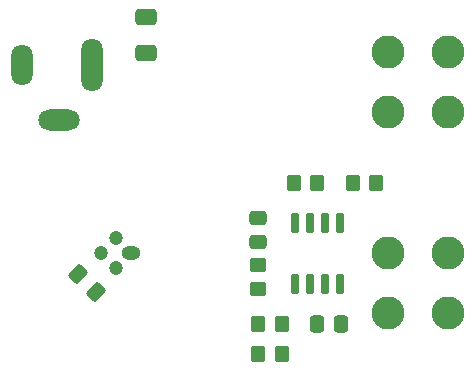
<source format=gbr>
%TF.GenerationSoftware,KiCad,Pcbnew,6.0.0-d3dd2cf0fa~116~ubuntu21.10.1*%
%TF.CreationDate,2022-02-03T21:59:43+00:00*%
%TF.ProjectId,pcb-adr1399-vref,7063622d-6164-4723-9133-39392d767265,rev?*%
%TF.SameCoordinates,Original*%
%TF.FileFunction,Soldermask,Top*%
%TF.FilePolarity,Negative*%
%FSLAX46Y46*%
G04 Gerber Fmt 4.6, Leading zero omitted, Abs format (unit mm)*
G04 Created by KiCad (PCBNEW 6.0.0-d3dd2cf0fa~116~ubuntu21.10.1) date 2022-02-03 21:59:43*
%MOMM*%
%LPD*%
G01*
G04 APERTURE LIST*
G04 Aperture macros list*
%AMRoundRect*
0 Rectangle with rounded corners*
0 $1 Rounding radius*
0 $2 $3 $4 $5 $6 $7 $8 $9 X,Y pos of 4 corners*
0 Add a 4 corners polygon primitive as box body*
4,1,4,$2,$3,$4,$5,$6,$7,$8,$9,$2,$3,0*
0 Add four circle primitives for the rounded corners*
1,1,$1+$1,$2,$3*
1,1,$1+$1,$4,$5*
1,1,$1+$1,$6,$7*
1,1,$1+$1,$8,$9*
0 Add four rect primitives between the rounded corners*
20,1,$1+$1,$2,$3,$4,$5,0*
20,1,$1+$1,$4,$5,$6,$7,0*
20,1,$1+$1,$6,$7,$8,$9,0*
20,1,$1+$1,$8,$9,$2,$3,0*%
G04 Aperture macros list end*
%ADD10RoundRect,0.900000X0.000000X-1.350000X0.000000X-1.350000X0.000000X1.350000X0.000000X1.350000X0*%
%ADD11RoundRect,0.900000X0.000000X-0.850000X0.000000X-0.850000X0.000000X0.850000X0.000000X0.850000X0*%
%ADD12RoundRect,0.900000X-0.850000X0.000000X0.850000X0.000000X0.850000X0.000000X-0.850000X0.000000X0*%
%ADD13RoundRect,0.250000X0.450000X-0.350000X0.450000X0.350000X-0.450000X0.350000X-0.450000X-0.350000X0*%
%ADD14RoundRect,0.250000X-0.337500X-0.475000X0.337500X-0.475000X0.337500X0.475000X-0.337500X0.475000X0*%
%ADD15C,2.800000*%
%ADD16RoundRect,0.250000X-0.350000X-0.450000X0.350000X-0.450000X0.350000X0.450000X-0.350000X0.450000X0*%
%ADD17RoundRect,0.150000X-0.150000X0.725000X-0.150000X-0.725000X0.150000X-0.725000X0.150000X0.725000X0*%
%ADD18O,1.600000X1.200000*%
%ADD19C,1.200000*%
%ADD20RoundRect,0.250000X0.350000X0.450000X-0.350000X0.450000X-0.350000X-0.450000X0.350000X-0.450000X0*%
%ADD21RoundRect,0.250000X0.650000X-0.412500X0.650000X0.412500X-0.650000X0.412500X-0.650000X-0.412500X0*%
%ADD22RoundRect,0.250000X-0.574524X-0.097227X-0.097227X-0.574524X0.574524X0.097227X0.097227X0.574524X0*%
%ADD23RoundRect,0.250000X0.475000X-0.337500X0.475000X0.337500X-0.475000X0.337500X-0.475000X-0.337500X0*%
G04 APERTURE END LIST*
D10*
%TO.C,J1*%
X85900000Y-94500000D03*
D11*
X80000000Y-94500000D03*
D12*
X83100000Y-99200000D03*
%TD*%
D13*
%TO.C,R2*%
X100000000Y-113500000D03*
X100000000Y-111500000D03*
%TD*%
D14*
%TO.C,C4*%
X104962500Y-116500000D03*
X107037500Y-116500000D03*
%TD*%
D15*
%TO.C,J3*%
X110960000Y-93460000D03*
X116040000Y-93460000D03*
X116040000Y-98540000D03*
X110960000Y-98540000D03*
%TD*%
D16*
%TO.C,R3*%
X100000000Y-116500000D03*
X102000000Y-116500000D03*
%TD*%
D17*
%TO.C,U2*%
X106905000Y-107925000D03*
X105635000Y-107925000D03*
X104365000Y-107925000D03*
X103095000Y-107925000D03*
X103095000Y-113075000D03*
X104365000Y-113075000D03*
X105635000Y-113075000D03*
X106905000Y-113075000D03*
%TD*%
D16*
%TO.C,R5*%
X108000000Y-104500000D03*
X110000000Y-104500000D03*
%TD*%
D15*
%TO.C,J2*%
X110960000Y-110460000D03*
X116040000Y-110460000D03*
X116040000Y-115540000D03*
X110960000Y-115540000D03*
%TD*%
D18*
%TO.C,U1*%
X89270000Y-110500000D03*
D19*
X88000000Y-109230000D03*
X86730000Y-110500000D03*
X88000000Y-111770000D03*
%TD*%
D20*
%TO.C,R4*%
X105000000Y-104500000D03*
X103000000Y-104500000D03*
%TD*%
D21*
%TO.C,C1*%
X90500000Y-93562500D03*
X90500000Y-90437500D03*
%TD*%
D22*
%TO.C,C2*%
X84766377Y-112266377D03*
X86233623Y-113733623D03*
%TD*%
D20*
%TO.C,R1*%
X102000000Y-119000000D03*
X100000000Y-119000000D03*
%TD*%
D23*
%TO.C,C3*%
X100000000Y-109537500D03*
X100000000Y-107462500D03*
%TD*%
M02*

</source>
